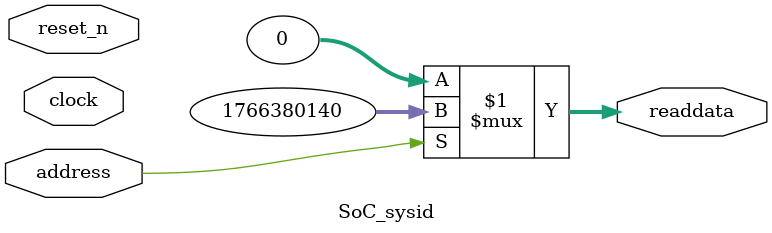
<source format=v>

`timescale 1ns / 1ps
// synthesis translate_on

// turn off superfluous verilog processor warnings 
// altera message_level Level1 
// altera message_off 10034 10035 10036 10037 10230 10240 10030 

module SoC_sysid (
               // inputs:
                address,
                clock,
                reset_n,

               // outputs:
                readdata
             )
;

  output  [ 31: 0] readdata;
  input            address;
  input            clock;
  input            reset_n;

  wire    [ 31: 0] readdata;
  //control_slave, which is an e_avalon_slave
  assign readdata = address ? 1766380140 : 0;

endmodule




</source>
